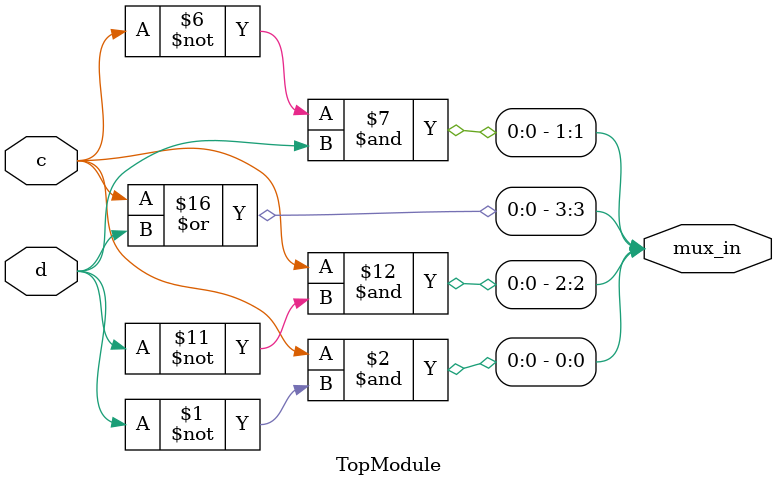
<source format=sv>

module TopModule (
    input c, // Input 'c'
    input d, // Input 'd'
    output [3:0] mux_in  // Output mux_in[3:0]
);

// Connect ab = 00 to mux_in[0]
assign mux_in[0] = (c & ~d) | (~d & d); // Corrected assignment

// Connect ab = 01 to mux_in[1]
assign mux_in[1] = (~c & d) | (~d & d);

// Connect ab = 11 to mux_in[2]
assign mux_in[2] = (c & ~d) | (~d & d); // Corrected assignment

// Connect ab = 10 to mux_in[3]
assign mux_in[3] = c | d; // Corrected assignment

endmodule

// VERILOG-EVAL: errant inclusion of module definition

</source>
